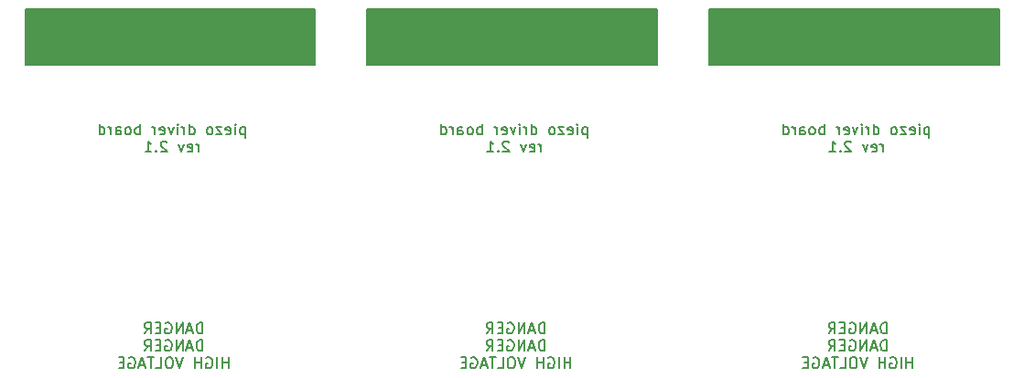
<source format=gbr>
%TF.GenerationSoftware,KiCad,Pcbnew,(6.0.5)*%
%TF.CreationDate,2022-11-09T23:01:59+01:00*%
%TF.ProjectId,piezo_driver_panel,7069657a-6f5f-4647-9269-7665725f7061,rev?*%
%TF.SameCoordinates,PXe4e1c0PYe4e1c0*%
%TF.FileFunction,Legend,Bot*%
%TF.FilePolarity,Positive*%
%FSLAX46Y46*%
G04 Gerber Fmt 4.6, Leading zero omitted, Abs format (unit mm)*
G04 Created by KiCad (PCBNEW (6.0.5)) date 2022-11-09 23:01:59*
%MOMM*%
%LPD*%
G01*
G04 APERTURE LIST*
%ADD10C,0.150000*%
G04 APERTURE END LIST*
D10*
X29050000Y-9750000D02*
X2250000Y-9750000D01*
X2250000Y-9750000D02*
X2250000Y-14850000D01*
X2250000Y-14850000D02*
X29050000Y-14850000D01*
X29050000Y-14850000D02*
X29050000Y-9750000D01*
G36*
X29050000Y-9750000D02*
G01*
X2250000Y-9750000D01*
X2250000Y-14850000D01*
X29050000Y-14850000D01*
X29050000Y-9750000D01*
G37*
X60700000Y-9750000D02*
X33900000Y-9750000D01*
X33900000Y-9750000D02*
X33900000Y-14850000D01*
X33900000Y-14850000D02*
X60700000Y-14850000D01*
X60700000Y-14850000D02*
X60700000Y-9750000D01*
G36*
X60700000Y-9750000D02*
G01*
X33900000Y-9750000D01*
X33900000Y-14850000D01*
X60700000Y-14850000D01*
X60700000Y-9750000D01*
G37*
X92350000Y-9750000D02*
X65550000Y-9750000D01*
X65550000Y-9750000D02*
X65550000Y-14850000D01*
X65550000Y-14850000D02*
X92350000Y-14850000D01*
X92350000Y-14850000D02*
X92350000Y-9750000D01*
G36*
X92350000Y-9750000D02*
G01*
X65550000Y-9750000D01*
X65550000Y-14850000D01*
X92350000Y-14850000D01*
X92350000Y-9750000D01*
G37*
X18666666Y-39792380D02*
X18666666Y-38792380D01*
X18428571Y-38792380D01*
X18285714Y-38840000D01*
X18190476Y-38935238D01*
X18142857Y-39030476D01*
X18095238Y-39220952D01*
X18095238Y-39363809D01*
X18142857Y-39554285D01*
X18190476Y-39649523D01*
X18285714Y-39744761D01*
X18428571Y-39792380D01*
X18666666Y-39792380D01*
X17714285Y-39506666D02*
X17238095Y-39506666D01*
X17809523Y-39792380D02*
X17476190Y-38792380D01*
X17142857Y-39792380D01*
X16809523Y-39792380D02*
X16809523Y-38792380D01*
X16238095Y-39792380D01*
X16238095Y-38792380D01*
X15238095Y-38840000D02*
X15333333Y-38792380D01*
X15476190Y-38792380D01*
X15619047Y-38840000D01*
X15714285Y-38935238D01*
X15761904Y-39030476D01*
X15809523Y-39220952D01*
X15809523Y-39363809D01*
X15761904Y-39554285D01*
X15714285Y-39649523D01*
X15619047Y-39744761D01*
X15476190Y-39792380D01*
X15380952Y-39792380D01*
X15238095Y-39744761D01*
X15190476Y-39697142D01*
X15190476Y-39363809D01*
X15380952Y-39363809D01*
X14761904Y-39268571D02*
X14428571Y-39268571D01*
X14285714Y-39792380D02*
X14761904Y-39792380D01*
X14761904Y-38792380D01*
X14285714Y-38792380D01*
X13285714Y-39792380D02*
X13619047Y-39316190D01*
X13857142Y-39792380D02*
X13857142Y-38792380D01*
X13476190Y-38792380D01*
X13380952Y-38840000D01*
X13333333Y-38887619D01*
X13285714Y-38982857D01*
X13285714Y-39125714D01*
X13333333Y-39220952D01*
X13380952Y-39268571D01*
X13476190Y-39316190D01*
X13857142Y-39316190D01*
X18666666Y-41402380D02*
X18666666Y-40402380D01*
X18428571Y-40402380D01*
X18285714Y-40450000D01*
X18190476Y-40545238D01*
X18142857Y-40640476D01*
X18095238Y-40830952D01*
X18095238Y-40973809D01*
X18142857Y-41164285D01*
X18190476Y-41259523D01*
X18285714Y-41354761D01*
X18428571Y-41402380D01*
X18666666Y-41402380D01*
X17714285Y-41116666D02*
X17238095Y-41116666D01*
X17809523Y-41402380D02*
X17476190Y-40402380D01*
X17142857Y-41402380D01*
X16809523Y-41402380D02*
X16809523Y-40402380D01*
X16238095Y-41402380D01*
X16238095Y-40402380D01*
X15238095Y-40450000D02*
X15333333Y-40402380D01*
X15476190Y-40402380D01*
X15619047Y-40450000D01*
X15714285Y-40545238D01*
X15761904Y-40640476D01*
X15809523Y-40830952D01*
X15809523Y-40973809D01*
X15761904Y-41164285D01*
X15714285Y-41259523D01*
X15619047Y-41354761D01*
X15476190Y-41402380D01*
X15380952Y-41402380D01*
X15238095Y-41354761D01*
X15190476Y-41307142D01*
X15190476Y-40973809D01*
X15380952Y-40973809D01*
X14761904Y-40878571D02*
X14428571Y-40878571D01*
X14285714Y-41402380D02*
X14761904Y-41402380D01*
X14761904Y-40402380D01*
X14285714Y-40402380D01*
X13285714Y-41402380D02*
X13619047Y-40926190D01*
X13857142Y-41402380D02*
X13857142Y-40402380D01*
X13476190Y-40402380D01*
X13380952Y-40450000D01*
X13333333Y-40497619D01*
X13285714Y-40592857D01*
X13285714Y-40735714D01*
X13333333Y-40830952D01*
X13380952Y-40878571D01*
X13476190Y-40926190D01*
X13857142Y-40926190D01*
X21047619Y-43012380D02*
X21047619Y-42012380D01*
X21047619Y-42488571D02*
X20476190Y-42488571D01*
X20476190Y-43012380D02*
X20476190Y-42012380D01*
X20000000Y-43012380D02*
X20000000Y-42012380D01*
X19000000Y-42060000D02*
X19095238Y-42012380D01*
X19238095Y-42012380D01*
X19380952Y-42060000D01*
X19476190Y-42155238D01*
X19523809Y-42250476D01*
X19571428Y-42440952D01*
X19571428Y-42583809D01*
X19523809Y-42774285D01*
X19476190Y-42869523D01*
X19380952Y-42964761D01*
X19238095Y-43012380D01*
X19142857Y-43012380D01*
X19000000Y-42964761D01*
X18952380Y-42917142D01*
X18952380Y-42583809D01*
X19142857Y-42583809D01*
X18523809Y-43012380D02*
X18523809Y-42012380D01*
X18523809Y-42488571D02*
X17952380Y-42488571D01*
X17952380Y-43012380D02*
X17952380Y-42012380D01*
X16857142Y-42012380D02*
X16523809Y-43012380D01*
X16190476Y-42012380D01*
X15666666Y-42012380D02*
X15476190Y-42012380D01*
X15380952Y-42060000D01*
X15285714Y-42155238D01*
X15238095Y-42345714D01*
X15238095Y-42679047D01*
X15285714Y-42869523D01*
X15380952Y-42964761D01*
X15476190Y-43012380D01*
X15666666Y-43012380D01*
X15761904Y-42964761D01*
X15857142Y-42869523D01*
X15904761Y-42679047D01*
X15904761Y-42345714D01*
X15857142Y-42155238D01*
X15761904Y-42060000D01*
X15666666Y-42012380D01*
X14333333Y-43012380D02*
X14809523Y-43012380D01*
X14809523Y-42012380D01*
X14142857Y-42012380D02*
X13571428Y-42012380D01*
X13857142Y-43012380D02*
X13857142Y-42012380D01*
X13285714Y-42726666D02*
X12809523Y-42726666D01*
X13380952Y-43012380D02*
X13047619Y-42012380D01*
X12714285Y-43012380D01*
X11857142Y-42060000D02*
X11952380Y-42012380D01*
X12095238Y-42012380D01*
X12238095Y-42060000D01*
X12333333Y-42155238D01*
X12380952Y-42250476D01*
X12428571Y-42440952D01*
X12428571Y-42583809D01*
X12380952Y-42774285D01*
X12333333Y-42869523D01*
X12238095Y-42964761D01*
X12095238Y-43012380D01*
X12000000Y-43012380D01*
X11857142Y-42964761D01*
X11809523Y-42917142D01*
X11809523Y-42583809D01*
X12000000Y-42583809D01*
X11380952Y-42488571D02*
X11047619Y-42488571D01*
X10904761Y-43012380D02*
X11380952Y-43012380D01*
X11380952Y-42012380D01*
X10904761Y-42012380D01*
X50316666Y-39792380D02*
X50316666Y-38792380D01*
X50078571Y-38792380D01*
X49935714Y-38840000D01*
X49840476Y-38935238D01*
X49792857Y-39030476D01*
X49745238Y-39220952D01*
X49745238Y-39363809D01*
X49792857Y-39554285D01*
X49840476Y-39649523D01*
X49935714Y-39744761D01*
X50078571Y-39792380D01*
X50316666Y-39792380D01*
X49364285Y-39506666D02*
X48888095Y-39506666D01*
X49459523Y-39792380D02*
X49126190Y-38792380D01*
X48792857Y-39792380D01*
X48459523Y-39792380D02*
X48459523Y-38792380D01*
X47888095Y-39792380D01*
X47888095Y-38792380D01*
X46888095Y-38840000D02*
X46983333Y-38792380D01*
X47126190Y-38792380D01*
X47269047Y-38840000D01*
X47364285Y-38935238D01*
X47411904Y-39030476D01*
X47459523Y-39220952D01*
X47459523Y-39363809D01*
X47411904Y-39554285D01*
X47364285Y-39649523D01*
X47269047Y-39744761D01*
X47126190Y-39792380D01*
X47030952Y-39792380D01*
X46888095Y-39744761D01*
X46840476Y-39697142D01*
X46840476Y-39363809D01*
X47030952Y-39363809D01*
X46411904Y-39268571D02*
X46078571Y-39268571D01*
X45935714Y-39792380D02*
X46411904Y-39792380D01*
X46411904Y-38792380D01*
X45935714Y-38792380D01*
X44935714Y-39792380D02*
X45269047Y-39316190D01*
X45507142Y-39792380D02*
X45507142Y-38792380D01*
X45126190Y-38792380D01*
X45030952Y-38840000D01*
X44983333Y-38887619D01*
X44935714Y-38982857D01*
X44935714Y-39125714D01*
X44983333Y-39220952D01*
X45030952Y-39268571D01*
X45126190Y-39316190D01*
X45507142Y-39316190D01*
X50316666Y-41402380D02*
X50316666Y-40402380D01*
X50078571Y-40402380D01*
X49935714Y-40450000D01*
X49840476Y-40545238D01*
X49792857Y-40640476D01*
X49745238Y-40830952D01*
X49745238Y-40973809D01*
X49792857Y-41164285D01*
X49840476Y-41259523D01*
X49935714Y-41354761D01*
X50078571Y-41402380D01*
X50316666Y-41402380D01*
X49364285Y-41116666D02*
X48888095Y-41116666D01*
X49459523Y-41402380D02*
X49126190Y-40402380D01*
X48792857Y-41402380D01*
X48459523Y-41402380D02*
X48459523Y-40402380D01*
X47888095Y-41402380D01*
X47888095Y-40402380D01*
X46888095Y-40450000D02*
X46983333Y-40402380D01*
X47126190Y-40402380D01*
X47269047Y-40450000D01*
X47364285Y-40545238D01*
X47411904Y-40640476D01*
X47459523Y-40830952D01*
X47459523Y-40973809D01*
X47411904Y-41164285D01*
X47364285Y-41259523D01*
X47269047Y-41354761D01*
X47126190Y-41402380D01*
X47030952Y-41402380D01*
X46888095Y-41354761D01*
X46840476Y-41307142D01*
X46840476Y-40973809D01*
X47030952Y-40973809D01*
X46411904Y-40878571D02*
X46078571Y-40878571D01*
X45935714Y-41402380D02*
X46411904Y-41402380D01*
X46411904Y-40402380D01*
X45935714Y-40402380D01*
X44935714Y-41402380D02*
X45269047Y-40926190D01*
X45507142Y-41402380D02*
X45507142Y-40402380D01*
X45126190Y-40402380D01*
X45030952Y-40450000D01*
X44983333Y-40497619D01*
X44935714Y-40592857D01*
X44935714Y-40735714D01*
X44983333Y-40830952D01*
X45030952Y-40878571D01*
X45126190Y-40926190D01*
X45507142Y-40926190D01*
X52697619Y-43012380D02*
X52697619Y-42012380D01*
X52697619Y-42488571D02*
X52126190Y-42488571D01*
X52126190Y-43012380D02*
X52126190Y-42012380D01*
X51650000Y-43012380D02*
X51650000Y-42012380D01*
X50650000Y-42060000D02*
X50745238Y-42012380D01*
X50888095Y-42012380D01*
X51030952Y-42060000D01*
X51126190Y-42155238D01*
X51173809Y-42250476D01*
X51221428Y-42440952D01*
X51221428Y-42583809D01*
X51173809Y-42774285D01*
X51126190Y-42869523D01*
X51030952Y-42964761D01*
X50888095Y-43012380D01*
X50792857Y-43012380D01*
X50650000Y-42964761D01*
X50602380Y-42917142D01*
X50602380Y-42583809D01*
X50792857Y-42583809D01*
X50173809Y-43012380D02*
X50173809Y-42012380D01*
X50173809Y-42488571D02*
X49602380Y-42488571D01*
X49602380Y-43012380D02*
X49602380Y-42012380D01*
X48507142Y-42012380D02*
X48173809Y-43012380D01*
X47840476Y-42012380D01*
X47316666Y-42012380D02*
X47126190Y-42012380D01*
X47030952Y-42060000D01*
X46935714Y-42155238D01*
X46888095Y-42345714D01*
X46888095Y-42679047D01*
X46935714Y-42869523D01*
X47030952Y-42964761D01*
X47126190Y-43012380D01*
X47316666Y-43012380D01*
X47411904Y-42964761D01*
X47507142Y-42869523D01*
X47554761Y-42679047D01*
X47554761Y-42345714D01*
X47507142Y-42155238D01*
X47411904Y-42060000D01*
X47316666Y-42012380D01*
X45983333Y-43012380D02*
X46459523Y-43012380D01*
X46459523Y-42012380D01*
X45792857Y-42012380D02*
X45221428Y-42012380D01*
X45507142Y-43012380D02*
X45507142Y-42012380D01*
X44935714Y-42726666D02*
X44459523Y-42726666D01*
X45030952Y-43012380D02*
X44697619Y-42012380D01*
X44364285Y-43012380D01*
X43507142Y-42060000D02*
X43602380Y-42012380D01*
X43745238Y-42012380D01*
X43888095Y-42060000D01*
X43983333Y-42155238D01*
X44030952Y-42250476D01*
X44078571Y-42440952D01*
X44078571Y-42583809D01*
X44030952Y-42774285D01*
X43983333Y-42869523D01*
X43888095Y-42964761D01*
X43745238Y-43012380D01*
X43650000Y-43012380D01*
X43507142Y-42964761D01*
X43459523Y-42917142D01*
X43459523Y-42583809D01*
X43650000Y-42583809D01*
X43030952Y-42488571D02*
X42697619Y-42488571D01*
X42554761Y-43012380D02*
X43030952Y-43012380D01*
X43030952Y-42012380D01*
X42554761Y-42012380D01*
X81966666Y-39792380D02*
X81966666Y-38792380D01*
X81728571Y-38792380D01*
X81585714Y-38840000D01*
X81490476Y-38935238D01*
X81442857Y-39030476D01*
X81395238Y-39220952D01*
X81395238Y-39363809D01*
X81442857Y-39554285D01*
X81490476Y-39649523D01*
X81585714Y-39744761D01*
X81728571Y-39792380D01*
X81966666Y-39792380D01*
X81014285Y-39506666D02*
X80538095Y-39506666D01*
X81109523Y-39792380D02*
X80776190Y-38792380D01*
X80442857Y-39792380D01*
X80109523Y-39792380D02*
X80109523Y-38792380D01*
X79538095Y-39792380D01*
X79538095Y-38792380D01*
X78538095Y-38840000D02*
X78633333Y-38792380D01*
X78776190Y-38792380D01*
X78919047Y-38840000D01*
X79014285Y-38935238D01*
X79061904Y-39030476D01*
X79109523Y-39220952D01*
X79109523Y-39363809D01*
X79061904Y-39554285D01*
X79014285Y-39649523D01*
X78919047Y-39744761D01*
X78776190Y-39792380D01*
X78680952Y-39792380D01*
X78538095Y-39744761D01*
X78490476Y-39697142D01*
X78490476Y-39363809D01*
X78680952Y-39363809D01*
X78061904Y-39268571D02*
X77728571Y-39268571D01*
X77585714Y-39792380D02*
X78061904Y-39792380D01*
X78061904Y-38792380D01*
X77585714Y-38792380D01*
X76585714Y-39792380D02*
X76919047Y-39316190D01*
X77157142Y-39792380D02*
X77157142Y-38792380D01*
X76776190Y-38792380D01*
X76680952Y-38840000D01*
X76633333Y-38887619D01*
X76585714Y-38982857D01*
X76585714Y-39125714D01*
X76633333Y-39220952D01*
X76680952Y-39268571D01*
X76776190Y-39316190D01*
X77157142Y-39316190D01*
X81966666Y-41402380D02*
X81966666Y-40402380D01*
X81728571Y-40402380D01*
X81585714Y-40450000D01*
X81490476Y-40545238D01*
X81442857Y-40640476D01*
X81395238Y-40830952D01*
X81395238Y-40973809D01*
X81442857Y-41164285D01*
X81490476Y-41259523D01*
X81585714Y-41354761D01*
X81728571Y-41402380D01*
X81966666Y-41402380D01*
X81014285Y-41116666D02*
X80538095Y-41116666D01*
X81109523Y-41402380D02*
X80776190Y-40402380D01*
X80442857Y-41402380D01*
X80109523Y-41402380D02*
X80109523Y-40402380D01*
X79538095Y-41402380D01*
X79538095Y-40402380D01*
X78538095Y-40450000D02*
X78633333Y-40402380D01*
X78776190Y-40402380D01*
X78919047Y-40450000D01*
X79014285Y-40545238D01*
X79061904Y-40640476D01*
X79109523Y-40830952D01*
X79109523Y-40973809D01*
X79061904Y-41164285D01*
X79014285Y-41259523D01*
X78919047Y-41354761D01*
X78776190Y-41402380D01*
X78680952Y-41402380D01*
X78538095Y-41354761D01*
X78490476Y-41307142D01*
X78490476Y-40973809D01*
X78680952Y-40973809D01*
X78061904Y-40878571D02*
X77728571Y-40878571D01*
X77585714Y-41402380D02*
X78061904Y-41402380D01*
X78061904Y-40402380D01*
X77585714Y-40402380D01*
X76585714Y-41402380D02*
X76919047Y-40926190D01*
X77157142Y-41402380D02*
X77157142Y-40402380D01*
X76776190Y-40402380D01*
X76680952Y-40450000D01*
X76633333Y-40497619D01*
X76585714Y-40592857D01*
X76585714Y-40735714D01*
X76633333Y-40830952D01*
X76680952Y-40878571D01*
X76776190Y-40926190D01*
X77157142Y-40926190D01*
X84347619Y-43012380D02*
X84347619Y-42012380D01*
X84347619Y-42488571D02*
X83776190Y-42488571D01*
X83776190Y-43012380D02*
X83776190Y-42012380D01*
X83300000Y-43012380D02*
X83300000Y-42012380D01*
X82300000Y-42060000D02*
X82395238Y-42012380D01*
X82538095Y-42012380D01*
X82680952Y-42060000D01*
X82776190Y-42155238D01*
X82823809Y-42250476D01*
X82871428Y-42440952D01*
X82871428Y-42583809D01*
X82823809Y-42774285D01*
X82776190Y-42869523D01*
X82680952Y-42964761D01*
X82538095Y-43012380D01*
X82442857Y-43012380D01*
X82300000Y-42964761D01*
X82252380Y-42917142D01*
X82252380Y-42583809D01*
X82442857Y-42583809D01*
X81823809Y-43012380D02*
X81823809Y-42012380D01*
X81823809Y-42488571D02*
X81252380Y-42488571D01*
X81252380Y-43012380D02*
X81252380Y-42012380D01*
X80157142Y-42012380D02*
X79823809Y-43012380D01*
X79490476Y-42012380D01*
X78966666Y-42012380D02*
X78776190Y-42012380D01*
X78680952Y-42060000D01*
X78585714Y-42155238D01*
X78538095Y-42345714D01*
X78538095Y-42679047D01*
X78585714Y-42869523D01*
X78680952Y-42964761D01*
X78776190Y-43012380D01*
X78966666Y-43012380D01*
X79061904Y-42964761D01*
X79157142Y-42869523D01*
X79204761Y-42679047D01*
X79204761Y-42345714D01*
X79157142Y-42155238D01*
X79061904Y-42060000D01*
X78966666Y-42012380D01*
X77633333Y-43012380D02*
X78109523Y-43012380D01*
X78109523Y-42012380D01*
X77442857Y-42012380D02*
X76871428Y-42012380D01*
X77157142Y-43012380D02*
X77157142Y-42012380D01*
X76585714Y-42726666D02*
X76109523Y-42726666D01*
X76680952Y-43012380D02*
X76347619Y-42012380D01*
X76014285Y-43012380D01*
X75157142Y-42060000D02*
X75252380Y-42012380D01*
X75395238Y-42012380D01*
X75538095Y-42060000D01*
X75633333Y-42155238D01*
X75680952Y-42250476D01*
X75728571Y-42440952D01*
X75728571Y-42583809D01*
X75680952Y-42774285D01*
X75633333Y-42869523D01*
X75538095Y-42964761D01*
X75395238Y-43012380D01*
X75300000Y-43012380D01*
X75157142Y-42964761D01*
X75109523Y-42917142D01*
X75109523Y-42583809D01*
X75300000Y-42583809D01*
X74680952Y-42488571D02*
X74347619Y-42488571D01*
X74204761Y-43012380D02*
X74680952Y-43012380D01*
X74680952Y-42012380D01*
X74204761Y-42012380D01*
X85888095Y-20680714D02*
X85888095Y-21680714D01*
X85888095Y-20728333D02*
X85792857Y-20680714D01*
X85602380Y-20680714D01*
X85507142Y-20728333D01*
X85459523Y-20775952D01*
X85411904Y-20871190D01*
X85411904Y-21156904D01*
X85459523Y-21252142D01*
X85507142Y-21299761D01*
X85602380Y-21347380D01*
X85792857Y-21347380D01*
X85888095Y-21299761D01*
X84983333Y-21347380D02*
X84983333Y-20680714D01*
X84983333Y-20347380D02*
X85030952Y-20395000D01*
X84983333Y-20442619D01*
X84935714Y-20395000D01*
X84983333Y-20347380D01*
X84983333Y-20442619D01*
X84126190Y-21299761D02*
X84221428Y-21347380D01*
X84411904Y-21347380D01*
X84507142Y-21299761D01*
X84554761Y-21204523D01*
X84554761Y-20823571D01*
X84507142Y-20728333D01*
X84411904Y-20680714D01*
X84221428Y-20680714D01*
X84126190Y-20728333D01*
X84078571Y-20823571D01*
X84078571Y-20918809D01*
X84554761Y-21014047D01*
X83745238Y-20680714D02*
X83221428Y-20680714D01*
X83745238Y-21347380D01*
X83221428Y-21347380D01*
X82697619Y-21347380D02*
X82792857Y-21299761D01*
X82840476Y-21252142D01*
X82888095Y-21156904D01*
X82888095Y-20871190D01*
X82840476Y-20775952D01*
X82792857Y-20728333D01*
X82697619Y-20680714D01*
X82554761Y-20680714D01*
X82459523Y-20728333D01*
X82411904Y-20775952D01*
X82364285Y-20871190D01*
X82364285Y-21156904D01*
X82411904Y-21252142D01*
X82459523Y-21299761D01*
X82554761Y-21347380D01*
X82697619Y-21347380D01*
X80745238Y-21347380D02*
X80745238Y-20347380D01*
X80745238Y-21299761D02*
X80840476Y-21347380D01*
X81030952Y-21347380D01*
X81126190Y-21299761D01*
X81173809Y-21252142D01*
X81221428Y-21156904D01*
X81221428Y-20871190D01*
X81173809Y-20775952D01*
X81126190Y-20728333D01*
X81030952Y-20680714D01*
X80840476Y-20680714D01*
X80745238Y-20728333D01*
X80269047Y-21347380D02*
X80269047Y-20680714D01*
X80269047Y-20871190D02*
X80221428Y-20775952D01*
X80173809Y-20728333D01*
X80078571Y-20680714D01*
X79983333Y-20680714D01*
X79650000Y-21347380D02*
X79650000Y-20680714D01*
X79650000Y-20347380D02*
X79697619Y-20395000D01*
X79650000Y-20442619D01*
X79602380Y-20395000D01*
X79650000Y-20347380D01*
X79650000Y-20442619D01*
X79269047Y-20680714D02*
X79030952Y-21347380D01*
X78792857Y-20680714D01*
X78030952Y-21299761D02*
X78126190Y-21347380D01*
X78316666Y-21347380D01*
X78411904Y-21299761D01*
X78459523Y-21204523D01*
X78459523Y-20823571D01*
X78411904Y-20728333D01*
X78316666Y-20680714D01*
X78126190Y-20680714D01*
X78030952Y-20728333D01*
X77983333Y-20823571D01*
X77983333Y-20918809D01*
X78459523Y-21014047D01*
X77554761Y-21347380D02*
X77554761Y-20680714D01*
X77554761Y-20871190D02*
X77507142Y-20775952D01*
X77459523Y-20728333D01*
X77364285Y-20680714D01*
X77269047Y-20680714D01*
X76173809Y-21347380D02*
X76173809Y-20347380D01*
X76173809Y-20728333D02*
X76078571Y-20680714D01*
X75888095Y-20680714D01*
X75792857Y-20728333D01*
X75745238Y-20775952D01*
X75697619Y-20871190D01*
X75697619Y-21156904D01*
X75745238Y-21252142D01*
X75792857Y-21299761D01*
X75888095Y-21347380D01*
X76078571Y-21347380D01*
X76173809Y-21299761D01*
X75126190Y-21347380D02*
X75221428Y-21299761D01*
X75269047Y-21252142D01*
X75316666Y-21156904D01*
X75316666Y-20871190D01*
X75269047Y-20775952D01*
X75221428Y-20728333D01*
X75126190Y-20680714D01*
X74983333Y-20680714D01*
X74888095Y-20728333D01*
X74840476Y-20775952D01*
X74792857Y-20871190D01*
X74792857Y-21156904D01*
X74840476Y-21252142D01*
X74888095Y-21299761D01*
X74983333Y-21347380D01*
X75126190Y-21347380D01*
X73935714Y-21347380D02*
X73935714Y-20823571D01*
X73983333Y-20728333D01*
X74078571Y-20680714D01*
X74269047Y-20680714D01*
X74364285Y-20728333D01*
X73935714Y-21299761D02*
X74030952Y-21347380D01*
X74269047Y-21347380D01*
X74364285Y-21299761D01*
X74411904Y-21204523D01*
X74411904Y-21109285D01*
X74364285Y-21014047D01*
X74269047Y-20966428D01*
X74030952Y-20966428D01*
X73935714Y-20918809D01*
X73459523Y-21347380D02*
X73459523Y-20680714D01*
X73459523Y-20871190D02*
X73411904Y-20775952D01*
X73364285Y-20728333D01*
X73269047Y-20680714D01*
X73173809Y-20680714D01*
X72411904Y-21347380D02*
X72411904Y-20347380D01*
X72411904Y-21299761D02*
X72507142Y-21347380D01*
X72697619Y-21347380D01*
X72792857Y-21299761D01*
X72840476Y-21252142D01*
X72888095Y-21156904D01*
X72888095Y-20871190D01*
X72840476Y-20775952D01*
X72792857Y-20728333D01*
X72697619Y-20680714D01*
X72507142Y-20680714D01*
X72411904Y-20728333D01*
X81602380Y-22957380D02*
X81602380Y-22290714D01*
X81602380Y-22481190D02*
X81554761Y-22385952D01*
X81507142Y-22338333D01*
X81411904Y-22290714D01*
X81316666Y-22290714D01*
X80602380Y-22909761D02*
X80697619Y-22957380D01*
X80888095Y-22957380D01*
X80983333Y-22909761D01*
X81030952Y-22814523D01*
X81030952Y-22433571D01*
X80983333Y-22338333D01*
X80888095Y-22290714D01*
X80697619Y-22290714D01*
X80602380Y-22338333D01*
X80554761Y-22433571D01*
X80554761Y-22528809D01*
X81030952Y-22624047D01*
X80221428Y-22290714D02*
X79983333Y-22957380D01*
X79745238Y-22290714D01*
X78650000Y-22052619D02*
X78602380Y-22005000D01*
X78507142Y-21957380D01*
X78269047Y-21957380D01*
X78173809Y-22005000D01*
X78126190Y-22052619D01*
X78078571Y-22147857D01*
X78078571Y-22243095D01*
X78126190Y-22385952D01*
X78697619Y-22957380D01*
X78078571Y-22957380D01*
X77650000Y-22862142D02*
X77602380Y-22909761D01*
X77650000Y-22957380D01*
X77697619Y-22909761D01*
X77650000Y-22862142D01*
X77650000Y-22957380D01*
X76650000Y-22957380D02*
X77221428Y-22957380D01*
X76935714Y-22957380D02*
X76935714Y-21957380D01*
X77030952Y-22100238D01*
X77126190Y-22195476D01*
X77221428Y-22243095D01*
X22588095Y-20680714D02*
X22588095Y-21680714D01*
X22588095Y-20728333D02*
X22492857Y-20680714D01*
X22302380Y-20680714D01*
X22207142Y-20728333D01*
X22159523Y-20775952D01*
X22111904Y-20871190D01*
X22111904Y-21156904D01*
X22159523Y-21252142D01*
X22207142Y-21299761D01*
X22302380Y-21347380D01*
X22492857Y-21347380D01*
X22588095Y-21299761D01*
X21683333Y-21347380D02*
X21683333Y-20680714D01*
X21683333Y-20347380D02*
X21730952Y-20395000D01*
X21683333Y-20442619D01*
X21635714Y-20395000D01*
X21683333Y-20347380D01*
X21683333Y-20442619D01*
X20826190Y-21299761D02*
X20921428Y-21347380D01*
X21111904Y-21347380D01*
X21207142Y-21299761D01*
X21254761Y-21204523D01*
X21254761Y-20823571D01*
X21207142Y-20728333D01*
X21111904Y-20680714D01*
X20921428Y-20680714D01*
X20826190Y-20728333D01*
X20778571Y-20823571D01*
X20778571Y-20918809D01*
X21254761Y-21014047D01*
X20445238Y-20680714D02*
X19921428Y-20680714D01*
X20445238Y-21347380D01*
X19921428Y-21347380D01*
X19397619Y-21347380D02*
X19492857Y-21299761D01*
X19540476Y-21252142D01*
X19588095Y-21156904D01*
X19588095Y-20871190D01*
X19540476Y-20775952D01*
X19492857Y-20728333D01*
X19397619Y-20680714D01*
X19254761Y-20680714D01*
X19159523Y-20728333D01*
X19111904Y-20775952D01*
X19064285Y-20871190D01*
X19064285Y-21156904D01*
X19111904Y-21252142D01*
X19159523Y-21299761D01*
X19254761Y-21347380D01*
X19397619Y-21347380D01*
X17445238Y-21347380D02*
X17445238Y-20347380D01*
X17445238Y-21299761D02*
X17540476Y-21347380D01*
X17730952Y-21347380D01*
X17826190Y-21299761D01*
X17873809Y-21252142D01*
X17921428Y-21156904D01*
X17921428Y-20871190D01*
X17873809Y-20775952D01*
X17826190Y-20728333D01*
X17730952Y-20680714D01*
X17540476Y-20680714D01*
X17445238Y-20728333D01*
X16969047Y-21347380D02*
X16969047Y-20680714D01*
X16969047Y-20871190D02*
X16921428Y-20775952D01*
X16873809Y-20728333D01*
X16778571Y-20680714D01*
X16683333Y-20680714D01*
X16350000Y-21347380D02*
X16350000Y-20680714D01*
X16350000Y-20347380D02*
X16397619Y-20395000D01*
X16350000Y-20442619D01*
X16302380Y-20395000D01*
X16350000Y-20347380D01*
X16350000Y-20442619D01*
X15969047Y-20680714D02*
X15730952Y-21347380D01*
X15492857Y-20680714D01*
X14730952Y-21299761D02*
X14826190Y-21347380D01*
X15016666Y-21347380D01*
X15111904Y-21299761D01*
X15159523Y-21204523D01*
X15159523Y-20823571D01*
X15111904Y-20728333D01*
X15016666Y-20680714D01*
X14826190Y-20680714D01*
X14730952Y-20728333D01*
X14683333Y-20823571D01*
X14683333Y-20918809D01*
X15159523Y-21014047D01*
X14254761Y-21347380D02*
X14254761Y-20680714D01*
X14254761Y-20871190D02*
X14207142Y-20775952D01*
X14159523Y-20728333D01*
X14064285Y-20680714D01*
X13969047Y-20680714D01*
X12873809Y-21347380D02*
X12873809Y-20347380D01*
X12873809Y-20728333D02*
X12778571Y-20680714D01*
X12588095Y-20680714D01*
X12492857Y-20728333D01*
X12445238Y-20775952D01*
X12397619Y-20871190D01*
X12397619Y-21156904D01*
X12445238Y-21252142D01*
X12492857Y-21299761D01*
X12588095Y-21347380D01*
X12778571Y-21347380D01*
X12873809Y-21299761D01*
X11826190Y-21347380D02*
X11921428Y-21299761D01*
X11969047Y-21252142D01*
X12016666Y-21156904D01*
X12016666Y-20871190D01*
X11969047Y-20775952D01*
X11921428Y-20728333D01*
X11826190Y-20680714D01*
X11683333Y-20680714D01*
X11588095Y-20728333D01*
X11540476Y-20775952D01*
X11492857Y-20871190D01*
X11492857Y-21156904D01*
X11540476Y-21252142D01*
X11588095Y-21299761D01*
X11683333Y-21347380D01*
X11826190Y-21347380D01*
X10635714Y-21347380D02*
X10635714Y-20823571D01*
X10683333Y-20728333D01*
X10778571Y-20680714D01*
X10969047Y-20680714D01*
X11064285Y-20728333D01*
X10635714Y-21299761D02*
X10730952Y-21347380D01*
X10969047Y-21347380D01*
X11064285Y-21299761D01*
X11111904Y-21204523D01*
X11111904Y-21109285D01*
X11064285Y-21014047D01*
X10969047Y-20966428D01*
X10730952Y-20966428D01*
X10635714Y-20918809D01*
X10159523Y-21347380D02*
X10159523Y-20680714D01*
X10159523Y-20871190D02*
X10111904Y-20775952D01*
X10064285Y-20728333D01*
X9969047Y-20680714D01*
X9873809Y-20680714D01*
X9111904Y-21347380D02*
X9111904Y-20347380D01*
X9111904Y-21299761D02*
X9207142Y-21347380D01*
X9397619Y-21347380D01*
X9492857Y-21299761D01*
X9540476Y-21252142D01*
X9588095Y-21156904D01*
X9588095Y-20871190D01*
X9540476Y-20775952D01*
X9492857Y-20728333D01*
X9397619Y-20680714D01*
X9207142Y-20680714D01*
X9111904Y-20728333D01*
X18302380Y-22957380D02*
X18302380Y-22290714D01*
X18302380Y-22481190D02*
X18254761Y-22385952D01*
X18207142Y-22338333D01*
X18111904Y-22290714D01*
X18016666Y-22290714D01*
X17302380Y-22909761D02*
X17397619Y-22957380D01*
X17588095Y-22957380D01*
X17683333Y-22909761D01*
X17730952Y-22814523D01*
X17730952Y-22433571D01*
X17683333Y-22338333D01*
X17588095Y-22290714D01*
X17397619Y-22290714D01*
X17302380Y-22338333D01*
X17254761Y-22433571D01*
X17254761Y-22528809D01*
X17730952Y-22624047D01*
X16921428Y-22290714D02*
X16683333Y-22957380D01*
X16445238Y-22290714D01*
X15350000Y-22052619D02*
X15302380Y-22005000D01*
X15207142Y-21957380D01*
X14969047Y-21957380D01*
X14873809Y-22005000D01*
X14826190Y-22052619D01*
X14778571Y-22147857D01*
X14778571Y-22243095D01*
X14826190Y-22385952D01*
X15397619Y-22957380D01*
X14778571Y-22957380D01*
X14350000Y-22862142D02*
X14302380Y-22909761D01*
X14350000Y-22957380D01*
X14397619Y-22909761D01*
X14350000Y-22862142D01*
X14350000Y-22957380D01*
X13350000Y-22957380D02*
X13921428Y-22957380D01*
X13635714Y-22957380D02*
X13635714Y-21957380D01*
X13730952Y-22100238D01*
X13826190Y-22195476D01*
X13921428Y-22243095D01*
X54238095Y-20680714D02*
X54238095Y-21680714D01*
X54238095Y-20728333D02*
X54142857Y-20680714D01*
X53952380Y-20680714D01*
X53857142Y-20728333D01*
X53809523Y-20775952D01*
X53761904Y-20871190D01*
X53761904Y-21156904D01*
X53809523Y-21252142D01*
X53857142Y-21299761D01*
X53952380Y-21347380D01*
X54142857Y-21347380D01*
X54238095Y-21299761D01*
X53333333Y-21347380D02*
X53333333Y-20680714D01*
X53333333Y-20347380D02*
X53380952Y-20395000D01*
X53333333Y-20442619D01*
X53285714Y-20395000D01*
X53333333Y-20347380D01*
X53333333Y-20442619D01*
X52476190Y-21299761D02*
X52571428Y-21347380D01*
X52761904Y-21347380D01*
X52857142Y-21299761D01*
X52904761Y-21204523D01*
X52904761Y-20823571D01*
X52857142Y-20728333D01*
X52761904Y-20680714D01*
X52571428Y-20680714D01*
X52476190Y-20728333D01*
X52428571Y-20823571D01*
X52428571Y-20918809D01*
X52904761Y-21014047D01*
X52095238Y-20680714D02*
X51571428Y-20680714D01*
X52095238Y-21347380D01*
X51571428Y-21347380D01*
X51047619Y-21347380D02*
X51142857Y-21299761D01*
X51190476Y-21252142D01*
X51238095Y-21156904D01*
X51238095Y-20871190D01*
X51190476Y-20775952D01*
X51142857Y-20728333D01*
X51047619Y-20680714D01*
X50904761Y-20680714D01*
X50809523Y-20728333D01*
X50761904Y-20775952D01*
X50714285Y-20871190D01*
X50714285Y-21156904D01*
X50761904Y-21252142D01*
X50809523Y-21299761D01*
X50904761Y-21347380D01*
X51047619Y-21347380D01*
X49095238Y-21347380D02*
X49095238Y-20347380D01*
X49095238Y-21299761D02*
X49190476Y-21347380D01*
X49380952Y-21347380D01*
X49476190Y-21299761D01*
X49523809Y-21252142D01*
X49571428Y-21156904D01*
X49571428Y-20871190D01*
X49523809Y-20775952D01*
X49476190Y-20728333D01*
X49380952Y-20680714D01*
X49190476Y-20680714D01*
X49095238Y-20728333D01*
X48619047Y-21347380D02*
X48619047Y-20680714D01*
X48619047Y-20871190D02*
X48571428Y-20775952D01*
X48523809Y-20728333D01*
X48428571Y-20680714D01*
X48333333Y-20680714D01*
X48000000Y-21347380D02*
X48000000Y-20680714D01*
X48000000Y-20347380D02*
X48047619Y-20395000D01*
X48000000Y-20442619D01*
X47952380Y-20395000D01*
X48000000Y-20347380D01*
X48000000Y-20442619D01*
X47619047Y-20680714D02*
X47380952Y-21347380D01*
X47142857Y-20680714D01*
X46380952Y-21299761D02*
X46476190Y-21347380D01*
X46666666Y-21347380D01*
X46761904Y-21299761D01*
X46809523Y-21204523D01*
X46809523Y-20823571D01*
X46761904Y-20728333D01*
X46666666Y-20680714D01*
X46476190Y-20680714D01*
X46380952Y-20728333D01*
X46333333Y-20823571D01*
X46333333Y-20918809D01*
X46809523Y-21014047D01*
X45904761Y-21347380D02*
X45904761Y-20680714D01*
X45904761Y-20871190D02*
X45857142Y-20775952D01*
X45809523Y-20728333D01*
X45714285Y-20680714D01*
X45619047Y-20680714D01*
X44523809Y-21347380D02*
X44523809Y-20347380D01*
X44523809Y-20728333D02*
X44428571Y-20680714D01*
X44238095Y-20680714D01*
X44142857Y-20728333D01*
X44095238Y-20775952D01*
X44047619Y-20871190D01*
X44047619Y-21156904D01*
X44095238Y-21252142D01*
X44142857Y-21299761D01*
X44238095Y-21347380D01*
X44428571Y-21347380D01*
X44523809Y-21299761D01*
X43476190Y-21347380D02*
X43571428Y-21299761D01*
X43619047Y-21252142D01*
X43666666Y-21156904D01*
X43666666Y-20871190D01*
X43619047Y-20775952D01*
X43571428Y-20728333D01*
X43476190Y-20680714D01*
X43333333Y-20680714D01*
X43238095Y-20728333D01*
X43190476Y-20775952D01*
X43142857Y-20871190D01*
X43142857Y-21156904D01*
X43190476Y-21252142D01*
X43238095Y-21299761D01*
X43333333Y-21347380D01*
X43476190Y-21347380D01*
X42285714Y-21347380D02*
X42285714Y-20823571D01*
X42333333Y-20728333D01*
X42428571Y-20680714D01*
X42619047Y-20680714D01*
X42714285Y-20728333D01*
X42285714Y-21299761D02*
X42380952Y-21347380D01*
X42619047Y-21347380D01*
X42714285Y-21299761D01*
X42761904Y-21204523D01*
X42761904Y-21109285D01*
X42714285Y-21014047D01*
X42619047Y-20966428D01*
X42380952Y-20966428D01*
X42285714Y-20918809D01*
X41809523Y-21347380D02*
X41809523Y-20680714D01*
X41809523Y-20871190D02*
X41761904Y-20775952D01*
X41714285Y-20728333D01*
X41619047Y-20680714D01*
X41523809Y-20680714D01*
X40761904Y-21347380D02*
X40761904Y-20347380D01*
X40761904Y-21299761D02*
X40857142Y-21347380D01*
X41047619Y-21347380D01*
X41142857Y-21299761D01*
X41190476Y-21252142D01*
X41238095Y-21156904D01*
X41238095Y-20871190D01*
X41190476Y-20775952D01*
X41142857Y-20728333D01*
X41047619Y-20680714D01*
X40857142Y-20680714D01*
X40761904Y-20728333D01*
X49952380Y-22957380D02*
X49952380Y-22290714D01*
X49952380Y-22481190D02*
X49904761Y-22385952D01*
X49857142Y-22338333D01*
X49761904Y-22290714D01*
X49666666Y-22290714D01*
X48952380Y-22909761D02*
X49047619Y-22957380D01*
X49238095Y-22957380D01*
X49333333Y-22909761D01*
X49380952Y-22814523D01*
X49380952Y-22433571D01*
X49333333Y-22338333D01*
X49238095Y-22290714D01*
X49047619Y-22290714D01*
X48952380Y-22338333D01*
X48904761Y-22433571D01*
X48904761Y-22528809D01*
X49380952Y-22624047D01*
X48571428Y-22290714D02*
X48333333Y-22957380D01*
X48095238Y-22290714D01*
X47000000Y-22052619D02*
X46952380Y-22005000D01*
X46857142Y-21957380D01*
X46619047Y-21957380D01*
X46523809Y-22005000D01*
X46476190Y-22052619D01*
X46428571Y-22147857D01*
X46428571Y-22243095D01*
X46476190Y-22385952D01*
X47047619Y-22957380D01*
X46428571Y-22957380D01*
X45999999Y-22862142D02*
X45952380Y-22909761D01*
X45999999Y-22957380D01*
X46047619Y-22909761D01*
X45999999Y-22862142D01*
X45999999Y-22957380D01*
X44999999Y-22957380D02*
X45571428Y-22957380D01*
X45285714Y-22957380D02*
X45285714Y-21957380D01*
X45380952Y-22100238D01*
X45476190Y-22195476D01*
X45571428Y-22243095D01*
M02*

</source>
